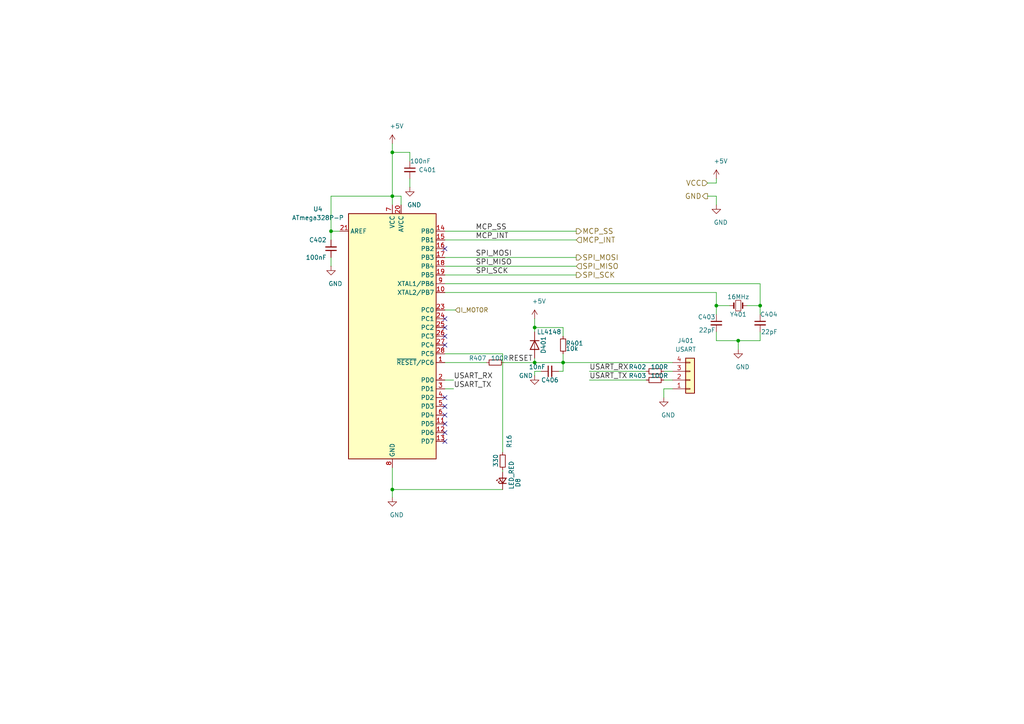
<source format=kicad_sch>
(kicad_sch (version 20250114) (generator "eeschema") (generator_version "9.0")
  (paper "A4")
  (lib_symbols
    (symbol "Connector_Generic:Conn_01x04" (pin_names (offset 1.016) (hide yes))
      (property "Reference" "J" (at 0 5.08 0))
      (property "Value" "Conn_01x04" (at 0 -7.62 0))
      (symbol "Conn_01x04_1_1"
        (rectangle (start -1.27 3.81) (end 1.27 -6.35) (stroke (width 0.254)) (fill (type background)))
        (rectangle (start -1.27 2.667) (end 0 2.413) (stroke (width 0.1524)))
        (rectangle (start -1.27 0.127) (end 0 -0.127) (stroke (width 0.1524)))
        (rectangle (start -1.27 -2.413) (end 0 -2.667) (stroke (width 0.1524)))
        (rectangle (start -1.27 -4.953) (end 0 -5.207) (stroke (width 0.1524)))
        (pin passive line (at -5.08 2.54 0) (length 3.81) (name "Pin_1") (number "1"))
        (pin passive line (at -5.08 0 0) (length 3.81) (name "Pin_2") (number "2"))
        (pin passive line (at -5.08 -2.54 0) (length 3.81) (name "Pin_3") (number "3"))
        (pin passive line (at -5.08 -5.08 0) (length 3.81) (name "Pin_4") (number "4"))
      )
    )
    (symbol "Device:C_Small" (pin_numbers (hide yes)) (pin_names (offset 0.254) (hide yes))
      (property "Reference" "C" (at 0.254 1.778 0))
      (property "Value" "C_Small" (at 0.254 -2.032 0))
      (symbol "C_Small_0_1"
        (polyline (pts (xy -1.524 0.508) (xy 1.524 0.508)) (stroke (width 0.3048)))
        (polyline (pts (xy -1.524 -0.508) (xy 1.524 -0.508)) (stroke (width 0.3302)))
      )
      (symbol "C_Small_1_1"
        (pin passive line (at 0 2.54 270) (length 2.032) (name "~") (number "1"))
        (pin passive line (at 0 -2.54 90) (length 2.032) (name "~") (number "2"))
      )
    )
    (symbol "Device:Crystal_Small" (pin_numbers (hide yes)) (pin_names (offset 1.016) (hide yes))
      (property "Reference" "Y" (at 0 2.54 0))
      (property "Value" "Crystal_Small" (at 0 -2.54 0))
      (symbol "Crystal_Small_0_1"
        (polyline (pts (xy -1.27 -0.762) (xy -1.27 0.762)) (stroke (width 0.381)))
        (rectangle (start -0.762 -1.524) (end 0.762 1.524))
        (polyline (pts (xy 1.27 -0.762) (xy 1.27 0.762)) (stroke (width 0.381)))
      )
      (symbol "Crystal_Small_1_1"
        (pin passive line (at -2.54 0 0) (length 1.27) (name "1") (number "1"))
        (pin passive line (at 2.54 0 180) (length 1.27) (name "2") (number "2"))
      )
    )
    (symbol "Device:LED_Small" (pin_numbers (hide yes)) (pin_names (offset 0.254) (hide yes))
      (property "Reference" "D" (at -1.27 3.175 0))
      (property "Value" "LED_Small" (at -4.445 -2.54 0))
      (symbol "LED_Small_0_1"
        (polyline (pts (xy -0.762 -1.016) (xy -0.762 1.016)) (stroke (width 0.254)))
        (polyline (pts (xy 0 0.762) (xy -0.508 1.27) (xy -0.254 1.27) (xy -0.508 1.27) (xy -0.508 1.016)))
        (polyline (pts (xy 0.508 1.27) (xy 0 1.778) (xy 0.254 1.778) (xy 0 1.778) (xy 0 1.524)))
        (polyline (pts (xy 0.762 -1.016) (xy -0.762 0) (xy 0.762 1.016) (xy 0.762 -1.016)) (stroke (width 0.254)))
        (polyline (pts (xy 1.016 0) (xy -0.762 0)))
      )
      (symbol "LED_Small_1_1"
        (pin passive line (at -2.54 0 0) (length 1.778) (name "K") (number "1"))
        (pin passive line (at 2.54 0 180) (length 1.778) (name "A") (number "2"))
      )
    )
    (symbol "Device:R_Small" (pin_numbers (hide yes)) (pin_names (offset 0.254) (hide yes))
      (property "Reference" "R" (at 0 0 90))
      (property "Value" "R_Small" (at 1.778 0 90))
      (symbol "R_Small_0_1"
        (rectangle (start -0.762 1.778) (end 0.762 -1.778) (stroke (width 0.2032)))
      )
      (symbol "R_Small_1_1"
        (pin passive line (at 0 2.54 270) (length 0.762) (name "~") (number "1"))
        (pin passive line (at 0 -2.54 90) (length 0.762) (name "~") (number "2"))
      )
    )
    (symbol "Diode:LL4148" (pin_numbers (hide yes)) (pin_names (hide yes))
      (property "Reference" "D" (at 0 2.54 0))
      (property "Value" "LL4148" (at 0 -2.54 0))
      (symbol "LL4148_0_1"
        (polyline (pts (xy -1.27 1.27) (xy -1.27 -1.27)) (stroke (width 0.254)))
        (polyline (pts (xy 1.27 1.27) (xy 1.27 -1.27) (xy -1.27 0) (xy 1.27 1.27)) (stroke (width 0.254)))
        (polyline (pts (xy 1.27 0) (xy -1.27 0)))
      )
      (symbol "LL4148_1_1"
        (pin passive line (at -3.81 0 0) (length 2.54) (name "K") (number "1"))
        (pin passive line (at 3.81 0 180) (length 2.54) (name "A") (number "2"))
      )
    )
    (symbol "MCU_Microchip_ATmega:ATmega328P-P"
      (property "Reference" "U" (at -12.7 36.83 0))
      (property "Value" "ATmega328P-P" (at 2.54 -36.83 0))
      (symbol "ATmega328P-P_0_1"
        (rectangle (start -12.7 -35.56) (end 12.7 35.56) (stroke (width 0.254)) (fill (type background)))
      )
      (symbol "ATmega328P-P_1_1"
        (pin passive line (at -15.24 30.48 0) (length 2.54) (name "AREF") (number "21"))
        (pin power_in line (at 0 38.1 270) (length 2.54) (name "VCC") (number "7"))
        (pin passive line (at 0 -38.1 90) (length 2.54) (hide yes) (name "GND") (number "22"))
        (pin power_in line (at 0 -38.1 90) (length 2.54) (name "GND") (number "8"))
        (pin power_in line (at 2.54 38.1 270) (length 2.54) (name "AVCC") (number "20"))
        (pin bidirectional line (at 15.24 30.48 180) (length 2.54) (name "PB0") (number "14"))
        (pin bidirectional line (at 15.24 27.94 180) (length 2.54) (name "PB1") (number "15"))
        (pin bidirectional line (at 15.24 25.4 180) (length 2.54) (name "PB2") (number "16"))
        (pin bidirectional line (at 15.24 22.86 180) (length 2.54) (name "PB3") (number "17"))
        (pin bidirectional line (at 15.24 20.32 180) (length 2.54) (name "PB4") (number "18"))
        (pin bidirectional line (at 15.24 17.78 180) (length 2.54) (name "PB5") (number "19"))
        (pin bidirectional line (at 15.24 15.24 180) (length 2.54) (name "XTAL1/PB6") (number "9"))
        (pin bidirectional line (at 15.24 12.7 180) (length 2.54) (name "XTAL2/PB7") (number "10"))
        (pin bidirectional line (at 15.24 7.62 180) (length 2.54) (name "PC0") (number "23"))
        (pin bidirectional line (at 15.24 5.08 180) (length 2.54) (name "PC1") (number "24"))
        (pin bidirectional line (at 15.24 2.54 180) (length 2.54) (name "PC2") (number "25"))
        (pin bidirectional line (at 15.24 0 180) (length 2.54) (name "PC3") (number "26"))
        (pin bidirectional line (at 15.24 -2.54 180) (length 2.54) (name "PC4") (number "27"))
        (pin bidirectional line (at 15.24 -5.08 180) (length 2.54) (name "PC5") (number "28"))
        (pin bidirectional line (at 15.24 -7.62 180) (length 2.54) (name "~{RESET}/PC6") (number "1"))
        (pin bidirectional line (at 15.24 -12.7 180) (length 2.54) (name "PD0") (number "2"))
        (pin bidirectional line (at 15.24 -15.24 180) (length 2.54) (name "PD1") (number "3"))
        (pin bidirectional line (at 15.24 -17.78 180) (length 2.54) (name "PD2") (number "4"))
        (pin bidirectional line (at 15.24 -20.32 180) (length 2.54) (name "PD3") (number "5"))
        (pin bidirectional line (at 15.24 -22.86 180) (length 2.54) (name "PD4") (number "6"))
        (pin bidirectional line (at 15.24 -25.4 180) (length 2.54) (name "PD5") (number "11"))
        (pin bidirectional line (at 15.24 -27.94 180) (length 2.54) (name "PD6") (number "12"))
        (pin bidirectional line (at 15.24 -30.48 180) (length 2.54) (name "PD7") (number "13"))
      )
    )
    (symbol "power:+5V" (power) (pin_numbers (hide yes)) (pin_names (offset 0) (hide yes))
      (property "Value" "+5V" (at 0 3.556 0))
      (symbol "+5V_0_1"
        (polyline (pts (xy -0.762 1.27) (xy 0 2.54)))
        (polyline (pts (xy 0 2.54) (xy 0.762 1.27)))
        (polyline (pts (xy 0 0) (xy 0 2.54)))
      )
      (symbol "+5V_1_1"
        (pin power_in line (at 0 0 90) (length 0) (name "~") (number "1"))
      )
    )
    (symbol "power:GND" (power) (pin_numbers (hide yes)) (pin_names (offset 0) (hide yes))
      (property "Value" "GND" (at 0 -3.81 0))
      (symbol "GND_0_1"
        (polyline (pts (xy 0 0) (xy 0 -1.27) (xy 1.27 -1.27) (xy 0 -2.54) (xy -1.27 -1.27) (xy 0 -1.27)))
      )
      (symbol "GND_1_1"
        (pin power_in line (at 0 0 270) (length 0) (name "~") (number "1"))
      )
    )
  )
  (junction (at 163.322 105.156))
  (junction (at 155.067 94.996))
  (junction (at 214.122 98.806))
  (junction (at 207.772 88.646))
  (junction (at 96.012 67.056))
  (junction (at 113.792 56.896))
  (junction (at 113.792 141.986))
  (junction (at 220.472 88.646))
  (junction (at 113.792 44.196))
  (junction (at 155.067 105.156))
  (no_connect (at 129.032 122.936))
  (no_connect (at 129.032 94.996))
  (no_connect (at 129.032 128.016))
  (no_connect (at 129.032 72.136))
  (no_connect (at 129.032 100.076))
  (no_connect (at 129.032 115.316))
  (no_connect (at 129.032 117.856))
  (no_connect (at 129.032 120.396))
  (no_connect (at 129.032 97.536))
  (no_connect (at 129.032 92.456))
  (no_connect (at 129.032 125.476))
  (no_connect (at 385.572 110.236))
  (wire (pts (xy 129.032 89.916) (xy 132.08 89.916)))
  (wire (pts (xy 129.032 74.676) (xy 167.132 74.676)))
  (wire (pts (xy 129.032 69.596) (xy 167.132 69.596)))
  (wire (pts (xy 163.322 107.696) (xy 163.322 105.156)))
  (wire (pts (xy 207.772 84.836) (xy 207.772 88.646)))
  (wire (pts (xy 214.122 101.346) (xy 214.122 98.806)))
  (wire (pts (xy 207.772 88.646) (xy 207.772 91.186)))
  (wire (pts (xy 214.122 98.806) (xy 220.472 98.806)))
  (wire (pts (xy 162.052 107.696) (xy 163.322 107.696)))
  (wire (pts (xy 118.872 54.356) (xy 118.872 51.816)))
  (wire (pts (xy 145.796 102.616) (xy 145.796 131.191)))
  (wire (pts (xy 131.572 112.776) (xy 129.032 112.776)))
  (wire (pts (xy 207.772 98.806) (xy 214.122 98.806)))
  (wire (pts (xy 96.012 56.896) (xy 96.012 67.056)))
  (wire (pts (xy 113.792 44.196) (xy 113.792 56.896)))
  (wire (pts (xy 113.792 59.436) (xy 113.792 56.896)))
  (wire (pts (xy 129.032 79.756) (xy 167.132 79.756)))
  (wire (pts (xy 220.472 82.296) (xy 220.472 88.646)))
  (wire (pts (xy 118.872 46.736) (xy 118.872 44.196)))
  (wire (pts (xy 146.177 105.156) (xy 155.067 105.156)))
  (wire (pts (xy 129.032 110.236) (xy 131.572 110.236)))
  (wire (pts (xy 116.332 59.436) (xy 116.332 56.896)))
  (wire (pts (xy 155.067 96.266) (xy 155.067 94.996)))
  (wire (pts (xy 129.032 82.296) (xy 220.472 82.296)))
  (wire (pts (xy 113.792 141.986) (xy 113.792 144.272)))
  (wire (pts (xy 163.322 105.156) (xy 155.067 105.156)))
  (wire (pts (xy 170.942 107.696) (xy 187.452 107.696)))
  (wire (pts (xy 118.872 44.196) (xy 113.792 44.196)))
  (wire (pts (xy 220.472 98.806) (xy 220.472 96.266)))
  (wire (pts (xy 170.942 110.236) (xy 187.452 110.236)))
  (wire (pts (xy 113.792 56.896) (xy 116.332 56.896)))
  (wire (pts (xy 192.532 112.776) (xy 195.072 112.776)))
  (wire (pts (xy 192.532 115.316) (xy 192.532 112.776)))
  (wire (pts (xy 163.322 97.536) (xy 163.322 94.996)))
  (wire (pts (xy 113.792 44.196) (xy 113.792 41.656)))
  (wire (pts (xy 96.012 67.056) (xy 96.012 69.596)))
  (wire (pts (xy 220.472 88.646) (xy 220.472 91.186)))
  (wire (pts (xy 207.772 53.086) (xy 207.772 51.816)))
  (wire (pts (xy 96.012 74.676) (xy 96.012 77.216)))
  (wire (pts (xy 113.792 56.896) (xy 96.012 56.896)))
  (wire (pts (xy 155.067 107.696) (xy 156.972 107.696)))
  (wire (pts (xy 129.032 102.616) (xy 145.796 102.616)))
  (wire (pts (xy 167.132 77.216) (xy 129.032 77.216)))
  (wire (pts (xy 211.582 88.646) (xy 207.772 88.646)))
  (wire (pts (xy 155.067 108.966) (xy 155.067 107.696)))
  (wire (pts (xy 96.012 67.056) (xy 98.552 67.056)))
  (wire (pts (xy 155.067 103.886) (xy 155.067 105.156)))
  (wire (pts (xy 155.067 94.996) (xy 163.322 94.996)))
  (wire (pts (xy 145.796 136.271) (xy 145.796 136.906)))
  (wire (pts (xy 207.772 98.806) (xy 207.772 96.266)))
  (wire (pts (xy 207.772 56.896) (xy 207.772 59.436)))
  (wire (pts (xy 113.792 135.636) (xy 113.792 141.986)))
  (wire (pts (xy 155.067 92.456) (xy 155.067 94.996)))
  (wire (pts (xy 167.132 67.056) (xy 129.032 67.056)))
  (wire (pts (xy 192.532 107.696) (xy 195.072 107.696)))
  (wire (pts (xy 205.232 56.896) (xy 207.772 56.896)))
  (wire (pts (xy 205.232 53.086) (xy 207.772 53.086)))
  (wire (pts (xy 163.322 102.616) (xy 163.322 105.156)))
  (wire (pts (xy 129.032 84.836) (xy 207.772 84.836)))
  (wire (pts (xy 113.792 141.986) (xy 145.796 141.986)))
  (wire (pts (xy 129.032 105.156) (xy 141.097 105.156)))
  (wire (pts (xy 220.472 88.646) (xy 216.662 88.646)))
  (wire (pts (xy 192.532 110.236) (xy 195.072 110.236)))
  (wire (pts (xy 163.322 105.156) (xy 195.072 105.156)))
  (label "USART_RX" (at 170.942 107.696 0) (effects (font (size 1.524 1.524))))
  (label "USART_RX" (at 131.572 110.236 0) (effects (font (size 1.524 1.524))))
  (label "SPI_MISO" (at 137.922 77.216 0) (effects (font (size 1.524 1.524))))
  (label "SPI_MOSI" (at 137.922 74.676 0) (effects (font (size 1.524 1.524))))
  (label "SPI_SCK" (at 137.922 79.756 0) (effects (font (size 1.524 1.524))))
  (label "USART_TX" (at 170.942 110.236 0) (effects (font (size 1.524 1.524))))
  (label "MCP_INT" (at 137.922 69.596 0) (effects (font (size 1.524 1.524))))
  (label "USART_TX" (at 131.572 112.776 0) (effects (font (size 1.524 1.524))))
  (label "RESET" (at 147.447 105.156 0) (effects (font (size 1.524 1.524))))
  (label "MCP_SS" (at 137.922 67.056 0) (effects (font (size 1.524 1.524))))
  (hierarchical_label "MCP_INT" (shape input) (at 167.132 69.596 0) (effects (font (size 1.524 1.524))))
  (hierarchical_label "SPI_MISO" (shape input) (at 167.132 77.216 0) (effects (font (size 1.524 1.524))))
  (hierarchical_label "MCP_SS" (shape output) (at 167.132 67.056 0) (effects (font (size 1.524 1.524))))
  (hierarchical_label "I_MOTOR" (shape input) (at 132.08 89.916 0))
  (hierarchical_label "VCC" (shape input) (at 205.232 53.086 180) (effects (font (size 1.524 1.524))))
  (hierarchical_label "GND" (shape output) (at 205.232 56.896 180) (effects (font (size 1.524 1.524))))
  (hierarchical_label "SPI_SCK" (shape output) (at 167.132 79.756 0) (effects (font (size 1.524 1.524))))
  (hierarchical_label "SPI_MOSI" (shape output) (at 167.132 74.676 0) (effects (font (size 1.524 1.524))))
  (symbol (lib_id "Device:Crystal_Small") (at 214.122 88.646 0) (mirror x) (unit 1)
    (property "Reference" "Y401" (at 214.122 91.186 0))
    (property "Value" "16MHz" (at 214.122 86.106 0))
    (property "Footprint" "Crystal:Crystal_HC49-U_Vertical" (effects (hide yes)))
    (property "Datasheet" "http://www.farnell.com/datasheets/321153.pdf" (effects (hide yes)))
  )
  (symbol (lib_id "Device:C_Small") (at 207.772 93.726 0) (mirror y) (unit 1)
    (property "Reference" "C403" (at 207.518 91.948 0) (effects (justify left)))
    (property "Value" "22pF" (at 207.518 95.758 0) (effects (justify left)))
    (property "Footprint" "Capacitor_SMD:C_0805_2012Metric_Pad1.18x1.45mm_HandSolder" (effects (hide yes)))
  )
  (symbol (lib_id "Device:C_Small") (at 220.472 93.726 0) (mirror y) (unit 1)
    (property "Reference" "C404" (at 225.552 91.186 0) (effects (justify left)))
    (property "Value" "22pF" (at 225.552 96.266 0) (effects (justify left)))
    (property "Footprint" "Capacitor_SMD:C_0805_2012Metric_Pad1.18x1.45mm_HandSolder" (effects (hide yes)))
  )
  (symbol (lib_id "Device:R_Small") (at 163.322 100.076 0) (unit 1)
    (property "Reference" "R401" (at 164.084 99.568 0) (effects (justify left)))
    (property "Value" "10k" (at 164.084 101.092 0) (effects (justify left)))
    (property "Footprint" "Resistor_SMD:R_0805_2012Metric_Pad1.20x1.40mm_HandSolder" (effects (hide yes)))
  )
  (symbol (lib_id "Device:C_Small") (at 159.512 107.696 90) (unit 1)
    (property "Reference" "C406" (at 162.052 110.236 90) (effects (justify left)))
    (property "Value" "10nF" (at 158.242 106.426 90) (effects (justify left)))
    (property "Footprint" "Capacitor_SMD:C_0805_2012Metric_Pad1.18x1.45mm_HandSolder" (effects (hide yes)))
  )
  (symbol (lib_id "Device:R_Small") (at 189.992 107.696 90) (unit 1)
    (property "Reference" "R402" (at 187.452 106.426 90) (effects (justify left)))
    (property "Value" "100R" (at 193.802 106.426 90) (effects (justify left)))
    (property "Footprint" "Resistor_SMD:R_0805_2012Metric_Pad1.20x1.40mm_HandSolder" (effects (hide yes)))
  )
  (symbol (lib_id "Device:R_Small") (at 189.992 110.236 90) (unit 1)
    (property "Reference" "R403" (at 187.452 108.966 90) (effects (justify left)))
    (property "Value" "100R" (at 193.802 108.966 90) (effects (justify left)))
    (property "Footprint" "Resistor_SMD:R_0805_2012Metric_Pad1.20x1.40mm_HandSolder" (effects (hide yes)))
  )
  (symbol (lib_id "Diode:LL4148") (at 155.067 100.076 90) (mirror x) (unit 1)
    (property "Reference" "D401" (at 157.607 102.616 0) (effects (justify right)))
    (property "Value" "LL4148" (at 155.702 96.266 90) (effects (justify right)))
    (property "Footprint" "Diode_SMD:D_MiniMELF_Handsoldering" (effects (hide yes)))
    (property "Datasheet" "http://www.vishay.com/docs/85557/ll4148.pdf" (effects (hide yes)))
  )
  (symbol (lib_id "power:GND") (at 214.122 101.346 0) (unit 1)
    (property "Reference" "#PWR0407" (effects (hide yes)))
    (property "Value" "GND" (at 215.392 106.426 0))
  )
  (symbol (lib_id "power:GND") (at 113.792 144.272 0) (unit 1)
    (property "Reference" "#PWR0412" (effects (hide yes)))
    (property "Value" "GND" (at 115.062 149.352 0))
  )
  (symbol (lib_id "power:GND") (at 207.772 59.436 0) (unit 1)
    (property "Reference" "#PWR0404" (effects (hide yes)))
    (property "Value" "GND" (at 209.042 64.516 0))
  )
  (symbol (lib_id "Connector_Generic:Conn_01x04") (at 200.152 110.236 0) (mirror x) (unit 1)
    (property "Reference" "J401" (at 198.882 98.806 0))
    (property "Value" "USART" (at 198.882 101.346 0))
    (property "Footprint" "Connector_PinHeader_2.54mm:PinHeader_1x04_P2.54mm_Vertical" (effects (hide yes)))
  )
  (symbol (lib_id "power:GND") (at 155.067 108.966 0) (unit 1)
    (property "Reference" "#PWR0408" (effects (hide yes)))
    (property "Value" "GND" (at 152.527 108.966 0))
  )
  (symbol (lib_id "power:GND") (at 192.532 115.316 0) (unit 1)
    (property "Reference" "#PWR0409" (effects (hide yes)))
    (property "Value" "GND" (at 193.802 120.396 0))
  )
  (symbol (lib_id "Device:C_Small") (at 118.872 49.276 0) (unit 1)
    (property "Reference" "C401" (at 121.412 49.276 0) (effects (justify left)))
    (property "Value" "100nF" (at 118.872 46.736 0) (effects (justify left)))
    (property "Footprint" "Capacitor_SMD:C_0805_2012Metric_Pad1.18x1.45mm_HandSolder" (effects (hide yes)))
  )
  (symbol (lib_id "power:+5V") (at 113.792 41.656 0) (unit 1)
    (property "Reference" "#PWR0401" (effects (hide yes)))
    (property "Value" "+5V" (at 115.062 36.576 0))
  )
  (symbol (lib_id "power:+5V") (at 207.772 51.816 0) (unit 1)
    (property "Reference" "#PWR0402" (effects (hide yes)))
    (property "Value" "+5V" (at 209.042 46.736 0))
  )
  (symbol (lib_id "power:+5V") (at 155.067 92.456 0) (unit 1)
    (property "Reference" "#PWR0406" (effects (hide yes)))
    (property "Value" "+5V" (at 156.337 87.376 0))
  )
  (symbol (lib_id "power:GND") (at 118.872 54.356 0) (unit 1)
    (property "Reference" "#PWR0403" (effects (hide yes)))
    (property "Value" "GND" (at 120.142 59.436 0))
  )
  (symbol (lib_id "Device:C_Small") (at 96.012 72.136 180) (unit 1)
    (property "Reference" "C402" (at 94.742 69.596 0) (effects (justify left)))
    (property "Value" "100nF" (at 94.742 74.676 0) (effects (justify left)))
    (property "Footprint" "Capacitor_SMD:C_0805_2012Metric_Pad1.18x1.45mm_HandSolder" (effects (hide yes)))
  )
  (symbol (lib_id "power:GND") (at 96.012 77.216 0) (unit 1)
    (property "Reference" "#PWR0405" (effects (hide yes)))
    (property "Value" "GND" (at 97.282 82.296 0))
  )
  (symbol (lib_id "Device:R_Small") (at 143.637 105.156 90) (unit 1)
    (property "Reference" "R407" (at 141.097 103.886 90) (effects (justify left)))
    (property "Value" "100R" (at 147.447 103.886 90) (effects (justify left)))
    (property "Footprint" "Resistor_SMD:R_0805_2012Metric_Pad1.20x1.40mm_HandSolder" (effects (hide yes)))
  )
  (symbol (lib_id "Device:LED_Small") (at 145.796 139.446 90) (unit 1)
    (property "Reference" "D8" (at 150.241 141.351 0) (effects (justify left)))
    (property "Value" "LED_RED" (at 148.336 141.986 0) (effects (justify left)))
    (property "Footprint" "LED_SMD:LED_0805_2012Metric_Pad1.15x1.40mm_HandSolder" (effects (hide yes)))
  )
  (symbol (lib_id "MCU_Microchip_ATmega:ATmega328P-P") (at 113.792 97.536 0) (unit 1)
    (property "Reference" "U4" (at 92.202 60.6358 0))
    (property "Value" "ATmega328P-P" (at 92.202 63.1758 0))
    (property "Footprint" "Package_DIP:DIP-28_W7.62mm" (effects (hide yes)))
    (property "Datasheet" "http://ww1.microchip.com/downloads/en/DeviceDoc/ATmega328_P%20AVR%20MCU%20with%20picoPower%20Technology%20Data%20Sheet%2040001984A.pdf" (effects (hide yes)))
    (property "Description" "20MHz, 32kB Flash, 2kB SRAM, 1kB EEPROM, DIP-28" (effects (hide yes)))
  )
  (symbol (lib_id "Device:R_Small") (at 145.796 133.731 0) (unit 1)
    (property "Reference" "R16" (at 147.701 128.016 90))
    (property "Value" "330" (at 143.764 133.604 90))
    (property "Footprint" "Resistor_SMD:R_0805_2012Metric_Pad1.20x1.40mm_HandSolder" (effects (hide yes)))
  )
)
</source>
